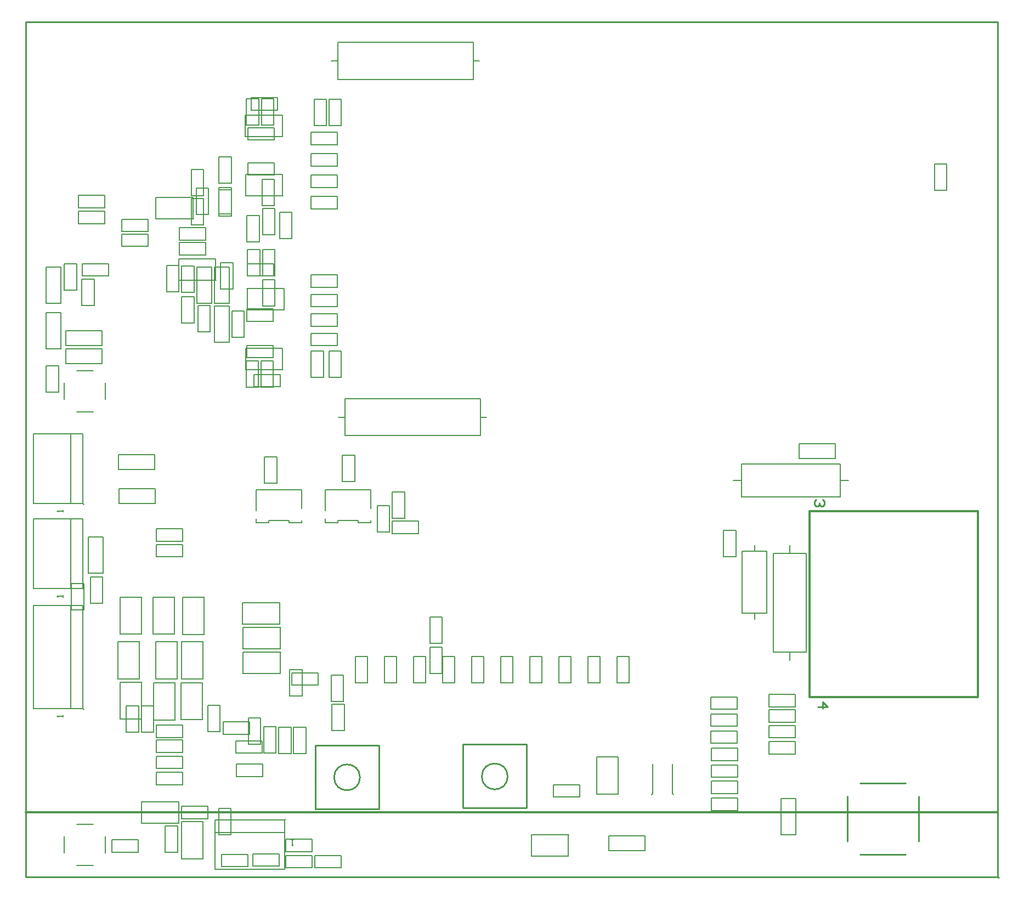
<source format=gm1>
G04 Layer_Color=16711935*
%FSLAX44Y44*%
%MOMM*%
G71*
G01*
G75*
%ADD36C,0.3000*%
%ADD38C,0.2540*%
%ADD70C,0.1524*%
%ADD71C,0.2032*%
%ADD118C,0.0254*%
D36*
X1470000Y462404D02*
Y465000D01*
X1210000Y457404D02*
Y465000D01*
X1470000D01*
Y177500D02*
Y462404D01*
X1210000Y177500D02*
X1470000D01*
X1210000D02*
Y457404D01*
X0Y0D02*
X1500000D01*
D38*
X743773Y55404D02*
G03*
X743773Y55404I-19974J0D01*
G01*
X515773Y54004D02*
G03*
X515773Y54004I-19974J0D01*
G01*
X1288007Y44991D02*
X1357993D01*
X1377991Y-44993D02*
Y24993D01*
X1288007Y-64991D02*
X1357993D01*
X1268009Y-44993D02*
Y24993D01*
X675002Y104798D02*
X676001D01*
X675002Y6801D02*
Y104798D01*
Y6801D02*
X772999D01*
Y104798D01*
X675002D02*
X772999D01*
X447002Y103398D02*
X544999D01*
Y5401D02*
Y103398D01*
X447002Y5401D02*
X544999D01*
X447002D02*
Y103398D01*
X448001D01*
X1501000Y-101000D02*
X1501750Y-100250D01*
X1500000Y-100000D02*
Y1220000D01*
X0D02*
X1500000D01*
X0Y-100000D02*
Y1220000D01*
X-1000Y1000D02*
X0Y0D01*
Y-100000D02*
X1500000D01*
X1222500Y162383D02*
X1237735D01*
X1230117Y170000D01*
Y159843D01*
X1230196Y482500D02*
X1232735Y479961D01*
Y474883D01*
X1230196Y472343D01*
X1227657D01*
X1225117Y474883D01*
Y477422D01*
Y474883D01*
X1222578Y472343D01*
X1220039D01*
X1217500Y474883D01*
Y479961D01*
X1220039Y482500D01*
D70*
X178510Y275153D02*
Y332938D01*
Y332303D02*
Y332938D01*
X145490Y332303D02*
X178510D01*
X145490Y275153D02*
Y332303D01*
Y275153D02*
X178510D01*
X301762Y-83775D02*
X342402D01*
Y-64725D01*
X301762D02*
X342402D01*
X301762Y-83775D02*
Y-64725D01*
X931525Y200012D02*
Y240652D01*
X912475D02*
X931525D01*
X912475Y200012D02*
Y240652D01*
Y200012D02*
X931525D01*
X886636D02*
Y240652D01*
X867586D02*
X886636D01*
X867586Y200012D02*
Y240652D01*
Y200012D02*
X886636D01*
X841747D02*
Y240652D01*
X822697D02*
X841747D01*
X822697Y200012D02*
Y240652D01*
Y200012D02*
X841747D01*
X796858D02*
Y240652D01*
X777808D02*
X796858D01*
X777808Y200012D02*
Y240652D01*
Y200012D02*
X796858D01*
X751969D02*
Y240652D01*
X732919D02*
X751969D01*
X732919Y200012D02*
Y240652D01*
Y200012D02*
X751969D01*
X707081D02*
Y240652D01*
X688031D02*
X707081D01*
X688031Y200012D02*
Y240652D01*
Y200012D02*
X707081D01*
X662192D02*
Y240652D01*
X643142D02*
X662192D01*
X643142Y200012D02*
Y240652D01*
Y200012D02*
X662192D01*
X617303D02*
Y240652D01*
X598253D02*
X617303D01*
X598253Y200012D02*
Y240652D01*
Y200012D02*
X617303D01*
X572414D02*
Y240652D01*
X553364D02*
X572414D01*
X553364Y200012D02*
Y240652D01*
Y200012D02*
X572414D01*
X280975Y124512D02*
Y165152D01*
X300025D01*
Y124512D02*
Y165152D01*
X280975Y124512D02*
X300025D01*
X304262Y139525D02*
X344902D01*
Y120475D02*
Y139525D01*
X304262Y120475D02*
X344902D01*
X304262D02*
Y139525D01*
X440475Y671512D02*
Y712152D01*
X459525D01*
Y671512D02*
Y712152D01*
X440475Y671512D02*
X459525D01*
X339859Y656512D02*
Y697152D01*
X358909D01*
Y656512D02*
Y697152D01*
X339859Y656512D02*
X358909D01*
X61550Y692570D02*
Y715430D01*
Y692570D02*
X117430D01*
Y715430D01*
X61550D02*
X117430D01*
X61550Y720570D02*
Y743430D01*
Y720570D02*
X117430D01*
Y743430D01*
X61550D02*
X117430D01*
X143300Y529070D02*
Y551930D01*
Y529070D02*
X199180D01*
Y551930D01*
X143300D02*
X199180D01*
X143550Y477070D02*
Y499930D01*
Y477070D02*
X199430D01*
Y499930D01*
X143550D02*
X199430D01*
X201512Y437525D02*
X242152D01*
Y418475D02*
Y437525D01*
X201512Y418475D02*
X242152D01*
X201512D02*
Y437525D01*
Y413525D02*
X242152D01*
Y394475D02*
Y413525D01*
X201512Y394475D02*
X242152D01*
X201512D02*
Y413525D01*
X155225Y123512D02*
Y164152D01*
X174275D01*
Y123512D02*
Y164152D01*
X155225Y123512D02*
X174275D01*
X178475D02*
Y164152D01*
X197525D01*
Y123512D02*
Y164152D01*
X178475Y123512D02*
X197525D01*
X1166070Y21430D02*
X1188930D01*
X1166070Y-34450D02*
Y21430D01*
Y-34450D02*
X1188930D01*
Y21430D01*
X1096025Y394848D02*
Y435488D01*
X1076975Y394848D02*
X1096025D01*
X1076975D02*
Y435488D01*
X1096025D01*
X350512Y-83275D02*
X391152D01*
Y-64225D01*
X350512D02*
X391152D01*
X350512Y-83275D02*
Y-64225D01*
X316775Y-34238D02*
Y6402D01*
X297725D02*
X316775D01*
X297725Y-34238D02*
Y6402D01*
Y-34238D02*
X316775D01*
X446348Y-66475D02*
X486988D01*
X446348Y-85525D02*
Y-66475D01*
Y-85525D02*
X486988D01*
Y-66475D01*
X367225Y91598D02*
Y132238D01*
Y91598D02*
X386275D01*
Y132238D01*
X367225D02*
X386275D01*
X178312Y-16760D02*
X236097D01*
X178312D02*
X178947D01*
Y16260D01*
X236097D01*
Y-16760D02*
Y16260D01*
X234275Y-61652D02*
Y-21012D01*
X215225Y-61652D02*
X234275D01*
X215225D02*
Y-21012D01*
X234275D01*
X240490Y-71847D02*
Y-14062D01*
Y-14697D02*
Y-14062D01*
Y-14697D02*
X273510D01*
Y-71847D02*
Y-14697D01*
X240490Y-71847D02*
X273510D01*
X240262Y9275D02*
X280902D01*
Y-9775D02*
Y9275D01*
X240262Y-9775D02*
X280902D01*
X240262D02*
Y9275D01*
X118525Y322348D02*
Y362988D01*
X99475Y322348D02*
X118525D01*
X99475D02*
Y362988D01*
X118525D01*
X490525Y171348D02*
Y211988D01*
X471475D02*
X490525D01*
X471475Y171348D02*
Y211988D01*
Y171348D02*
X490525D01*
X410348Y215525D02*
X450988D01*
X410348Y196475D02*
Y215525D01*
Y196475D02*
X450988D01*
Y215525D01*
X343225Y105348D02*
Y145988D01*
Y105348D02*
X362275D01*
Y145988D01*
X343225D02*
X362275D01*
X324554Y91475D02*
X365195D01*
X324554D02*
Y110525D01*
X365195D01*
Y91475D02*
Y110525D01*
X325348Y55475D02*
X365988D01*
X325348D02*
Y74525D01*
X365988D01*
Y55475D02*
Y74525D01*
X201348Y92475D02*
X241988D01*
X201348D02*
Y111525D01*
X241988D01*
Y92475D02*
Y111525D01*
X201348Y42475D02*
X241988D01*
X201348D02*
Y61525D01*
X241988D01*
Y42475D02*
Y61525D01*
X201676Y134642D02*
X242316D01*
Y115591D02*
Y134642D01*
X201676Y115591D02*
X242316D01*
X201676D02*
Y134642D01*
X201348Y86525D02*
X241988D01*
Y67475D02*
Y86525D01*
X201348Y67475D02*
X241988D01*
X201348D02*
Y86525D01*
X1147512Y138975D02*
X1188152D01*
X1147512D02*
Y158025D01*
X1188152D01*
Y138975D02*
Y158025D01*
X1147512Y134025D02*
X1188152D01*
Y114975D02*
Y134025D01*
X1147512Y114975D02*
X1188152D01*
X1147512D02*
Y134025D01*
Y109025D02*
X1188152D01*
Y89975D02*
Y109025D01*
X1147512Y89975D02*
X1188152D01*
X1147512D02*
Y109025D01*
X1057848Y2975D02*
X1098488D01*
X1057848D02*
Y22025D01*
X1098488D01*
Y2975D02*
Y22025D01*
X1057848Y28975D02*
X1098488D01*
X1057848D02*
Y48025D01*
X1098488D01*
Y28975D02*
Y48025D01*
X1249200Y545820D02*
Y568680D01*
X1193320D02*
X1249200D01*
X1193320Y545820D02*
Y568680D01*
Y545820D02*
X1249200D01*
X1057848Y53975D02*
X1098488D01*
X1057848D02*
Y73025D01*
X1098488D01*
Y53975D02*
Y73025D01*
X1057848Y79975D02*
X1098488D01*
X1057848D02*
Y99025D01*
X1098488D01*
Y79975D02*
Y99025D01*
X1057512Y125525D02*
X1098152D01*
Y106475D02*
Y125525D01*
X1057512Y106475D02*
X1098152D01*
X1057512D02*
Y125525D01*
Y151775D02*
X1098152D01*
Y132725D02*
Y151775D01*
X1057512Y132725D02*
X1098152D01*
X1057512D02*
Y151775D01*
Y158975D02*
X1098152D01*
X1057512D02*
Y178025D01*
X1098152D01*
Y158975D02*
Y178025D01*
X132848Y-61525D02*
X173488D01*
X132848D02*
Y-42475D01*
X173488D01*
Y-61525D02*
Y-42475D01*
X272260Y143153D02*
Y200938D01*
Y200303D02*
Y200938D01*
X239240Y200303D02*
X272260D01*
X239240Y143153D02*
Y200303D01*
Y143153D02*
X272260D01*
X230260Y142653D02*
Y200438D01*
Y199803D02*
Y200438D01*
X197240Y199803D02*
X230260D01*
X197240Y142653D02*
Y199803D01*
Y142653D02*
X230260D01*
X178510Y143653D02*
Y201438D01*
Y200803D02*
Y201438D01*
X145490Y200803D02*
X178510D01*
X145490Y143653D02*
Y200803D01*
Y143653D02*
X178510D01*
X273510Y206153D02*
Y263938D01*
Y263303D02*
Y263938D01*
X240490Y263303D02*
X273510D01*
X240490Y206153D02*
Y263303D01*
Y206153D02*
X273510D01*
X233260D02*
Y263938D01*
Y263303D02*
Y263938D01*
X200240Y263303D02*
X233260D01*
X200240Y206153D02*
Y263303D01*
Y206153D02*
X233260D01*
X175510D02*
Y263938D01*
Y263303D02*
Y263938D01*
X142490Y263303D02*
X175510D01*
X142490Y206153D02*
Y263303D01*
Y206153D02*
X175510D01*
X275010Y274653D02*
Y332438D01*
Y331803D02*
Y332438D01*
X241990Y331803D02*
X275010D01*
X241990Y274653D02*
Y331803D01*
Y274653D02*
X275010D01*
X229010Y275153D02*
Y332938D01*
Y332303D02*
Y332938D01*
X195990Y332303D02*
X229010D01*
X195990Y275153D02*
Y332303D01*
Y275153D02*
X229010D01*
X1402475Y960012D02*
Y1000652D01*
X1421525D01*
Y960012D02*
Y1000652D01*
X1402475Y960012D02*
X1421525D01*
X240475Y802684D02*
X259525D01*
Y843324D01*
X240475D02*
X259525D01*
X240475Y802684D02*
Y843324D01*
X317997Y773652D02*
X337047D01*
X317997Y733012D02*
Y773652D01*
Y733012D02*
X337047D01*
Y773652D01*
X335443Y252490D02*
Y285510D01*
Y252490D02*
X392593D01*
Y285510D01*
X393228D01*
X335443D02*
X393228D01*
X335443Y214490D02*
Y247510D01*
Y214490D02*
X392593D01*
Y247510D01*
X393228D01*
X335443D02*
X393228D01*
X463909Y1060348D02*
Y1100988D01*
X444859Y1060348D02*
X463909D01*
X444859D02*
Y1100988D01*
X463909D01*
X565592Y430232D02*
X606231D01*
X565592D02*
Y449282D01*
X606231D01*
Y430232D02*
Y449282D01*
X527525Y200012D02*
Y240652D01*
X508475D02*
X527525D01*
X508475Y200012D02*
Y240652D01*
Y200012D02*
X527525D01*
X339153Y683490D02*
Y716510D01*
X396303D01*
Y683490D02*
Y716510D01*
Y683490D02*
X396938D01*
X339153D02*
X396938D01*
X300475Y807848D02*
Y848488D01*
Y807848D02*
X319525D01*
Y848488D01*
X300475D02*
X319525D01*
X338312Y1076510D02*
X396097D01*
X338312D02*
X338947D01*
Y1043490D02*
Y1076510D01*
Y1043490D02*
X396097D01*
Y1076510D01*
X339153Y951490D02*
X396938D01*
X396303D02*
X396938D01*
X396303D02*
Y984510D01*
X339153D02*
X396303D01*
X339153Y951490D02*
Y984510D01*
X334443Y323510D02*
X392228D01*
X391593D02*
X392228D01*
X391593Y290490D02*
Y323510D01*
X334443Y290490D02*
X391593D01*
X334443D02*
Y323510D01*
X407475Y179305D02*
Y219946D01*
X426525D01*
Y179305D02*
Y219946D01*
X407475Y179305D02*
X426525D01*
X623475Y214348D02*
Y254988D01*
X642525D01*
Y214348D02*
Y254988D01*
X623475Y214348D02*
X642525D01*
X623475Y261012D02*
Y301652D01*
X642525D01*
Y261012D02*
Y301652D01*
X623475Y261012D02*
X642525D01*
X914510Y27772D02*
Y85557D01*
Y27772D02*
Y28407D01*
X881490D02*
X914510D01*
X881490D02*
Y85557D01*
X914510D01*
X780153Y-34490D02*
X837938D01*
X837303D02*
X837938D01*
X837303Y-67510D02*
Y-34490D01*
X780153Y-67510D02*
X837303D01*
X780153D02*
Y-34490D01*
X814012Y42525D02*
X854652D01*
Y23475D02*
Y42525D01*
X814012Y23475D02*
X854652D01*
X814012D02*
Y42525D01*
X31475Y649012D02*
Y689652D01*
X50525D01*
Y649012D02*
Y689652D01*
X31475Y649012D02*
X50525D01*
X78525Y806098D02*
Y846738D01*
X59475Y806098D02*
X78525D01*
X59475D02*
Y846738D01*
X78525D01*
X31070Y786070D02*
X53930D01*
Y841950D01*
X31070D02*
X53930D01*
X31070Y786070D02*
Y841950D01*
Y715550D02*
X53930D01*
Y771430D01*
X31070D02*
X53930D01*
X31070Y715550D02*
Y771430D01*
X86475Y782762D02*
Y823402D01*
X105525D01*
Y782762D02*
Y823402D01*
X86475Y782762D02*
X105525D01*
X542475Y432348D02*
Y472988D01*
X561525D01*
Y432348D02*
Y472988D01*
X542475Y432348D02*
X561525D01*
X565592Y454012D02*
Y494652D01*
X584641D01*
Y454012D02*
Y494652D01*
X565592Y454012D02*
X584641D01*
X488475Y510848D02*
Y551488D01*
X507525D01*
Y510848D02*
Y551488D01*
X488475Y510848D02*
X507525D01*
X368475Y508348D02*
Y548988D01*
X387525D01*
Y508348D02*
Y548988D01*
X368475Y508348D02*
X387525D01*
X467975Y671512D02*
Y712152D01*
X487025D01*
Y671512D02*
Y712152D01*
X467975Y671512D02*
X487025D01*
X440348Y720475D02*
X480988D01*
X440348D02*
Y739525D01*
X480988D01*
Y720475D02*
Y739525D01*
X440348Y750475D02*
X480988D01*
X440348D02*
Y769525D01*
X480988D01*
Y750475D02*
Y769525D01*
X440348Y780475D02*
X480988D01*
X440348D02*
Y799525D01*
X480988D01*
Y780475D02*
Y799525D01*
X440348Y810475D02*
X480988D01*
X440348D02*
Y829525D01*
X480988D01*
Y810475D02*
Y829525D01*
X341475Y881012D02*
Y921652D01*
X360525D01*
Y881012D02*
Y921652D01*
X341475Y881012D02*
X360525D01*
X343012Y1002665D02*
X383652D01*
Y983615D02*
Y1002665D01*
X343012Y983615D02*
X383652D01*
X343012D02*
Y1002665D01*
X297975Y924012D02*
Y964652D01*
X317025D01*
Y924012D02*
Y964652D01*
X297975Y924012D02*
X317025D01*
X342848Y1056891D02*
X383488D01*
Y1037841D02*
Y1056891D01*
X342848Y1037841D02*
X383488D01*
X342848D02*
Y1056891D01*
X439928Y931545D02*
X480568D01*
X439928D02*
Y950595D01*
X480568D01*
Y931545D02*
Y950595D01*
X410525Y885348D02*
Y925988D01*
X391475Y885348D02*
X410525D01*
X391475D02*
Y925988D01*
X410525D01*
X439928Y964565D02*
X480568D01*
X439928D02*
Y983615D01*
X480568D01*
Y964565D02*
Y983615D01*
X439928Y997585D02*
X480568D01*
X439928D02*
Y1016635D01*
X480568D01*
Y997585D02*
Y1016635D01*
X439928Y1030605D02*
X480568D01*
X439928D02*
Y1049655D01*
X480568D01*
Y1030605D02*
Y1049655D01*
X487025Y1060348D02*
Y1100988D01*
X467975Y1060348D02*
X487025D01*
X467975D02*
Y1100988D01*
X487025D01*
X382905Y1060958D02*
Y1101598D01*
X363855Y1060958D02*
X382905D01*
X363855D02*
Y1101598D01*
X382905D01*
X340475Y1060958D02*
Y1101598D01*
X359525D01*
Y1060958D02*
Y1101598D01*
X340475Y1060958D02*
X359525D01*
X382025Y656512D02*
Y697152D01*
X362975Y656512D02*
X382025D01*
X362975D02*
Y697152D01*
X382025D01*
X341512Y720725D02*
X382152D01*
Y701675D02*
Y720725D01*
X341512Y701675D02*
X382152D01*
X341512D02*
Y720725D01*
X342225Y828012D02*
Y868652D01*
X361275D01*
Y828012D02*
Y868652D01*
X342225Y828012D02*
X361275D01*
X384525Y781512D02*
Y822152D01*
X365475Y781512D02*
X384525D01*
X365475D02*
Y822152D01*
X384525D01*
X341512Y777025D02*
X382152D01*
Y757975D02*
Y777025D01*
X341512Y757975D02*
X382152D01*
X341512D02*
Y777025D01*
X291070Y841950D02*
X313930D01*
X291070Y786070D02*
Y841950D01*
Y786070D02*
X313930D01*
Y841950D01*
X264144Y786070D02*
X287003D01*
Y841950D01*
X264144D02*
X287003D01*
X264144Y786070D02*
Y841950D01*
X291070Y781430D02*
X313930D01*
X291070Y725550D02*
Y781430D01*
Y725550D02*
X313930D01*
Y781430D01*
X284525Y741364D02*
Y782003D01*
X265475Y741364D02*
X284525D01*
X265475D02*
Y782003D01*
X284525D01*
X259525Y755641D02*
Y796282D01*
X240475Y755641D02*
X259525D01*
X240475D02*
Y796282D01*
X259525D01*
X217358Y803348D02*
Y843988D01*
X236409D01*
Y803348D02*
Y843988D01*
X217358Y803348D02*
X236409D01*
X237306Y879525D02*
X277945D01*
Y860475D02*
Y879525D01*
X237306Y860475D02*
X277945D01*
X237306D02*
Y879525D01*
Y902642D02*
X277945D01*
Y883592D02*
Y902642D01*
X237306Y883592D02*
X277945D01*
X237306D02*
Y902642D01*
X274525Y906708D02*
Y947348D01*
X255475Y906708D02*
X274525D01*
X255475D02*
Y947348D01*
X274525D01*
X255475Y951415D02*
Y992055D01*
X274525D01*
Y951415D02*
Y992055D01*
X255475Y951415D02*
X274525D01*
X148055Y896592D02*
X188694D01*
X148055D02*
Y915642D01*
X188694D01*
Y896592D02*
Y915642D01*
X148055Y892525D02*
X188694D01*
Y873475D02*
Y892525D01*
X148055Y873475D02*
X188694D01*
X148055D02*
Y892525D01*
X81512Y908855D02*
X122152D01*
X81512D02*
Y927905D01*
X122152D01*
Y908855D02*
Y927905D01*
X81012Y952525D02*
X121652D01*
Y933475D02*
Y952525D01*
X81012Y933475D02*
X121652D01*
X81012D02*
Y952525D01*
X200943Y915990D02*
X258728D01*
X258093D02*
X258728D01*
X258093D02*
Y949010D01*
X200943D02*
X258093D01*
X200943Y915990D02*
Y949010D01*
X235943Y820990D02*
X293728D01*
X293093D02*
X293728D01*
X293093D02*
Y854010D01*
X235943D02*
X293093D01*
X235943Y820990D02*
Y854010D01*
X342231Y847025D02*
X382872D01*
X342231Y827975D02*
Y847025D01*
Y827975D02*
X382872D01*
Y847025D01*
X297975Y920348D02*
Y960988D01*
Y920348D02*
X317025D01*
Y960988D01*
X297975D02*
X317025D01*
X297975Y971512D02*
Y1012152D01*
X317025D01*
Y971512D02*
Y1012152D01*
X297975Y971512D02*
X317025D01*
X262975Y923076D02*
Y963717D01*
Y923076D02*
X282025D01*
Y963717D01*
X262975D02*
X282025D01*
X365475Y891762D02*
Y932402D01*
X384525D01*
Y891762D02*
Y932402D01*
X365475Y891762D02*
X384525D01*
X383525Y936512D02*
Y977152D01*
X364475Y936512D02*
X383525D01*
X364475D02*
Y977152D01*
X383525D01*
X398847Y775490D02*
Y808510D01*
X341697Y775490D02*
X398847D01*
X341697D02*
Y808510D01*
X341062D02*
X341697D01*
X341062D02*
X398847D01*
X384525Y827848D02*
Y868488D01*
X365475Y827848D02*
X384525D01*
X365475D02*
Y868488D01*
X384525D01*
X86762Y846775D02*
X127402D01*
Y827725D02*
Y846775D01*
X86762Y827725D02*
X127402D01*
X86762D02*
Y846775D01*
X899550Y-59430D02*
Y-36570D01*
Y-59430D02*
X955430D01*
Y-36570D01*
X899550D02*
X955430D01*
X1147512Y182025D02*
X1188152D01*
Y162975D02*
Y182025D01*
X1147512Y162975D02*
X1188152D01*
X1147512D02*
Y182025D01*
X96570Y425450D02*
X119430D01*
X96570Y369570D02*
Y425450D01*
Y369570D02*
X119430D01*
Y425450D01*
X472475Y126642D02*
Y167281D01*
Y126642D02*
X491525D01*
Y167281D01*
X472475D02*
X491525D01*
X409408Y91005D02*
Y131645D01*
X390359D02*
X409408D01*
X390359Y91005D02*
Y131645D01*
Y91005D02*
X409408D01*
X413475D02*
Y131645D01*
Y91005D02*
X432525D01*
Y131645D01*
X413475D02*
X432525D01*
X401348Y-66475D02*
X441988D01*
X401348Y-85525D02*
Y-66475D01*
Y-85525D02*
X441988D01*
Y-66475D01*
X401348Y-60525D02*
X441988D01*
Y-41475D01*
X401348D02*
X441988D01*
X401348Y-60525D02*
Y-41475D01*
X997790Y29185D02*
Y74270D01*
Y29185D02*
X999695Y27280D01*
X967563Y28804D02*
Y74270D01*
X966040Y27280D02*
X967563Y28804D01*
X70225Y352988D02*
X89275D01*
Y312348D02*
Y352988D01*
X70225Y312348D02*
X89275D01*
X70225D02*
Y352988D01*
X347512Y1083975D02*
X388152D01*
Y1103025D01*
X347512D02*
X388152D01*
X347512Y1083975D02*
Y1103025D01*
X351848Y675775D02*
X392488D01*
X351848Y656725D02*
Y675775D01*
Y656725D02*
X392488D01*
Y675775D01*
D71*
X399625Y-88100D02*
Y-11900D01*
X291675D02*
X399625D01*
X291675Y-88100D02*
Y-11900D01*
Y-88100D02*
X399625D01*
X291675Y-30950D02*
X399625D01*
Y-11900D02*
Y-11875D01*
X401200Y-10300D01*
X11900Y345325D02*
X88100D01*
Y453275D01*
X11900D02*
X88100D01*
X11900Y345325D02*
Y453275D01*
X69050Y345325D02*
Y453275D01*
X88100Y345325D02*
X88125D01*
X89700Y343750D01*
X11900Y476725D02*
X88100D01*
Y584675D01*
X11900D02*
X88100D01*
X11900Y476725D02*
Y584675D01*
X69050Y476725D02*
Y584675D01*
X88100Y476725D02*
X88125D01*
X89700Y475150D01*
X1153600Y247650D02*
X1204400D01*
Y400050D01*
X1153600D02*
X1204400D01*
X1153600Y247650D02*
Y400050D01*
X1179000Y234950D02*
Y247650D01*
Y400050D02*
Y412750D01*
X1257100Y487100D02*
Y537900D01*
X1104700D02*
X1257100D01*
X1104700Y487100D02*
Y537900D01*
Y487100D02*
X1257100D01*
Y512500D02*
X1269800D01*
X1092000D02*
X1104700D01*
X1105700Y307775D02*
X1143800D01*
Y403025D01*
X1105700D02*
X1143800D01*
X1105700Y307775D02*
Y403025D01*
X1124750Y298250D02*
Y307775D01*
Y403025D02*
Y412550D01*
X11900Y160125D02*
X88100D01*
Y318875D01*
X11900D02*
X88100D01*
X11900Y160125D02*
Y318875D01*
X69050Y160125D02*
Y318875D01*
X88100Y160125D02*
X88125D01*
X89700Y158550D01*
X123020Y637408D02*
Y662808D01*
X78570Y618358D02*
X103970D01*
X59521Y637408D02*
Y662808D01*
X78570Y681858D02*
X103970D01*
X78570Y-18250D02*
X103970D01*
X123020Y-62700D02*
Y-37300D01*
X78570Y-81750D02*
X103970D01*
X59520Y-62700D02*
Y-37300D01*
X471700Y1160000D02*
X481225D01*
X690775D02*
X700300D01*
X481225Y1131425D02*
X690775D01*
X481225D02*
Y1188575D01*
X690775D01*
Y1131425D02*
Y1188575D01*
X482700Y610000D02*
X492225D01*
X701775D02*
X711300D01*
X492225Y581425D02*
X701775D01*
X492225D02*
Y638575D01*
X701775D01*
Y581425D02*
Y638575D01*
X462395Y446980D02*
Y453330D01*
Y446980D02*
X481445D01*
Y450155D01*
X513195D01*
Y446980D02*
Y450155D01*
Y446980D02*
X532245D01*
Y450155D01*
Y469205D02*
Y497780D01*
X462395D02*
X532245D01*
X462395Y466030D02*
Y497780D01*
X355575Y447080D02*
Y453430D01*
Y447080D02*
X374625D01*
Y450255D01*
X406375D01*
Y447080D02*
Y450255D01*
Y447080D02*
X425425D01*
Y450255D01*
Y469305D02*
Y497880D01*
X355575D02*
X425425D01*
X355575Y466130D02*
Y497880D01*
X412676Y-42219D02*
X409502D01*
X411089D01*
Y-51741D01*
X412676Y-50154D01*
X57781Y332274D02*
Y335448D01*
Y333861D01*
X48259D01*
X49846Y332274D01*
X57781Y463674D02*
Y466848D01*
Y465261D01*
X48259D01*
X49846Y463674D01*
X57781Y147074D02*
Y150248D01*
Y148661D01*
X48259D01*
X49846Y147074D01*
D118*
X446003Y102399D02*
X447002D01*
X446003D02*
X543996D01*
Y4402D02*
Y102399D01*
X446003Y4402D02*
X543996D01*
X446003D02*
Y102399D01*
X447002D01*
X446003D02*
X447002D01*
X446003D02*
X543996D01*
Y4402D02*
Y102399D01*
X446003Y4402D02*
X543996D01*
X446003D02*
Y102399D01*
X447002D01*
M02*

</source>
